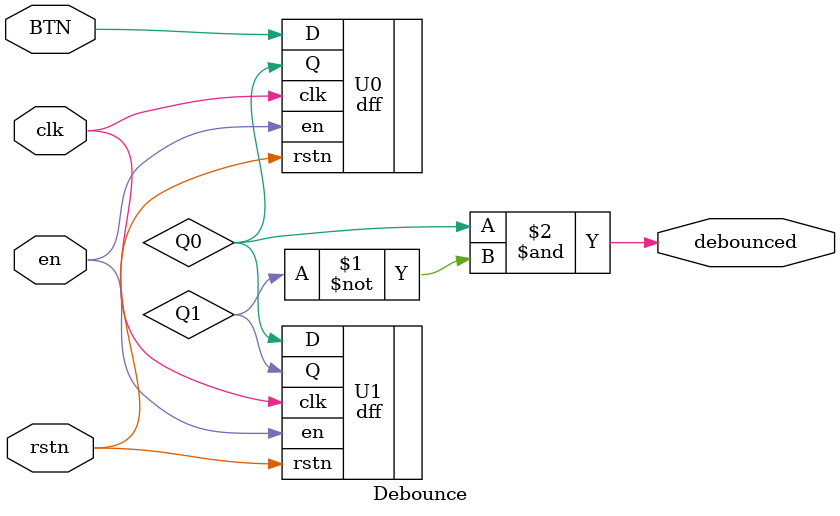
<source format=v>
`timescale 1ns / 1ps


module Debounce (
        input wire clk, en, rstn, BTN,
        output wire debounced
    );
    
    wire Q0,Q1;
    
    dff U0 ( .clk(clk), .en(en), .D(BTN), .rstn(rstn), .Q(Q0) );
    dff U1 ( .clk(clk), .en(en), .D(Q0),  .rstn(rstn), .Q(Q1)  );
    
    assign debounced = Q0 & ~Q1;
    
    
endmodule

</source>
